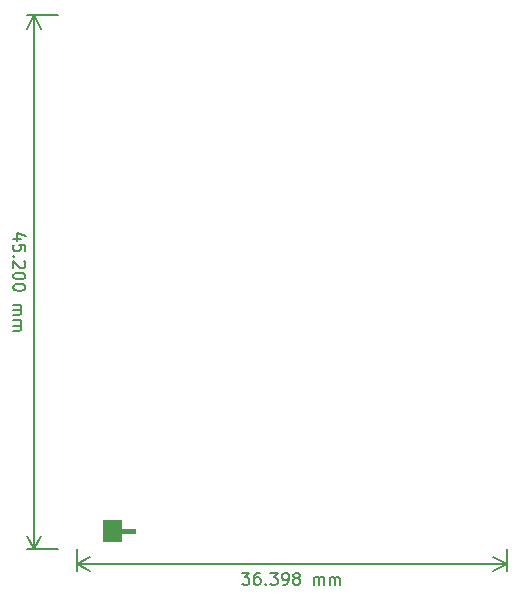
<source format=gbr>
G04 #@! TF.GenerationSoftware,KiCad,Pcbnew,5.1.7-a382d34a8~88~ubuntu18.04.1*
G04 #@! TF.CreationDate,2022-03-02T17:55:55+05:30*
G04 #@! TF.ProjectId,WaterTank_module_v1,57617465-7254-4616-9e6b-5f6d6f64756c,rev?*
G04 #@! TF.SameCoordinates,Original*
G04 #@! TF.FileFunction,OtherDrawing,Comment*
%FSLAX46Y46*%
G04 Gerber Fmt 4.6, Leading zero omitted, Abs format (unit mm)*
G04 Created by KiCad (PCBNEW 5.1.7-a382d34a8~88~ubuntu18.04.1) date 2022-03-02 17:55:55*
%MOMM*%
%LPD*%
G01*
G04 APERTURE LIST*
%ADD10C,0.150000*%
%ADD11C,0.010000*%
G04 APERTURE END LIST*
D10*
X18610325Y-63297573D02*
X17943659Y-63297573D01*
X18991278Y-63059478D02*
X18276992Y-62821382D01*
X18276992Y-63440430D01*
X18943659Y-64297573D02*
X18943659Y-63821382D01*
X18467468Y-63773763D01*
X18515087Y-63821382D01*
X18562706Y-63916620D01*
X18562706Y-64154716D01*
X18515087Y-64249954D01*
X18467468Y-64297573D01*
X18372230Y-64345192D01*
X18134135Y-64345192D01*
X18038897Y-64297573D01*
X17991278Y-64249954D01*
X17943659Y-64154716D01*
X17943659Y-63916620D01*
X17991278Y-63821382D01*
X18038897Y-63773763D01*
X18038897Y-64773763D02*
X17991278Y-64821382D01*
X17943659Y-64773763D01*
X17991278Y-64726144D01*
X18038897Y-64773763D01*
X17943659Y-64773763D01*
X18848420Y-65202335D02*
X18896040Y-65249954D01*
X18943659Y-65345192D01*
X18943659Y-65583287D01*
X18896040Y-65678525D01*
X18848420Y-65726144D01*
X18753182Y-65773763D01*
X18657944Y-65773763D01*
X18515087Y-65726144D01*
X17943659Y-65154716D01*
X17943659Y-65773763D01*
X18943659Y-66392811D02*
X18943659Y-66488049D01*
X18896040Y-66583287D01*
X18848420Y-66630906D01*
X18753182Y-66678525D01*
X18562706Y-66726144D01*
X18324611Y-66726144D01*
X18134135Y-66678525D01*
X18038897Y-66630906D01*
X17991278Y-66583287D01*
X17943659Y-66488049D01*
X17943659Y-66392811D01*
X17991278Y-66297573D01*
X18038897Y-66249954D01*
X18134135Y-66202335D01*
X18324611Y-66154716D01*
X18562706Y-66154716D01*
X18753182Y-66202335D01*
X18848420Y-66249954D01*
X18896040Y-66297573D01*
X18943659Y-66392811D01*
X18943659Y-67345192D02*
X18943659Y-67440430D01*
X18896040Y-67535668D01*
X18848420Y-67583287D01*
X18753182Y-67630906D01*
X18562706Y-67678525D01*
X18324611Y-67678525D01*
X18134135Y-67630906D01*
X18038897Y-67583287D01*
X17991278Y-67535668D01*
X17943659Y-67440430D01*
X17943659Y-67345192D01*
X17991278Y-67249954D01*
X18038897Y-67202335D01*
X18134135Y-67154716D01*
X18324611Y-67107097D01*
X18562706Y-67107097D01*
X18753182Y-67154716D01*
X18848420Y-67202335D01*
X18896040Y-67249954D01*
X18943659Y-67345192D01*
X17943659Y-68869001D02*
X18610325Y-68869001D01*
X18515087Y-68869001D02*
X18562706Y-68916620D01*
X18610325Y-69011859D01*
X18610325Y-69154716D01*
X18562706Y-69249954D01*
X18467468Y-69297573D01*
X17943659Y-69297573D01*
X18467468Y-69297573D02*
X18562706Y-69345192D01*
X18610325Y-69440430D01*
X18610325Y-69583287D01*
X18562706Y-69678525D01*
X18467468Y-69726144D01*
X17943659Y-69726144D01*
X17943659Y-70202335D02*
X18610325Y-70202335D01*
X18515087Y-70202335D02*
X18562706Y-70249954D01*
X18610325Y-70345192D01*
X18610325Y-70488049D01*
X18562706Y-70583287D01*
X18467468Y-70630906D01*
X17943659Y-70630906D01*
X18467468Y-70630906D02*
X18562706Y-70678525D01*
X18610325Y-70773763D01*
X18610325Y-70916620D01*
X18562706Y-71011859D01*
X18467468Y-71059478D01*
X17943659Y-71059478D01*
X19696040Y-44364240D02*
X19696040Y-89564240D01*
X21696040Y-44364240D02*
X19109619Y-44364240D01*
X21696040Y-89564240D02*
X19109619Y-89564240D01*
X19696040Y-89564240D02*
X19109619Y-88437736D01*
X19696040Y-89564240D02*
X20282461Y-88437736D01*
X19696040Y-44364240D02*
X19109619Y-45490744D01*
X19696040Y-44364240D02*
X20282461Y-45490744D01*
X37316207Y-91578684D02*
X37935255Y-91579289D01*
X37601549Y-91959915D01*
X37744406Y-91960055D01*
X37839598Y-92007767D01*
X37887170Y-92055432D01*
X37934696Y-92150717D01*
X37934464Y-92388812D01*
X37886752Y-92484003D01*
X37839086Y-92531576D01*
X37743802Y-92579102D01*
X37458087Y-92578823D01*
X37362896Y-92531111D01*
X37315323Y-92483445D01*
X38792397Y-91580126D02*
X38601921Y-91579940D01*
X38506636Y-91627466D01*
X38458971Y-91675038D01*
X38363593Y-91817802D01*
X38315788Y-92008232D01*
X38315416Y-92389184D01*
X38362942Y-92484469D01*
X38410514Y-92532134D01*
X38505706Y-92579846D01*
X38696182Y-92580032D01*
X38791467Y-92532506D01*
X38839132Y-92484934D01*
X38886844Y-92389742D01*
X38887077Y-92151647D01*
X38839551Y-92056363D01*
X38791978Y-92008697D01*
X38696787Y-91960985D01*
X38506311Y-91960799D01*
X38411026Y-92008325D01*
X38363361Y-92055897D01*
X38315649Y-92151089D01*
X39315322Y-92485399D02*
X39362895Y-92533065D01*
X39315229Y-92580637D01*
X39267657Y-92532972D01*
X39315322Y-92485399D01*
X39315229Y-92580637D01*
X39697159Y-91581010D02*
X40316206Y-91581615D01*
X39982501Y-91962241D01*
X40125358Y-91962381D01*
X40220549Y-92010093D01*
X40268122Y-92057758D01*
X40315648Y-92153043D01*
X40315415Y-92391138D01*
X40267703Y-92486330D01*
X40220037Y-92533902D01*
X40124753Y-92581428D01*
X39839039Y-92581149D01*
X39743847Y-92533437D01*
X39696275Y-92485771D01*
X40791419Y-92582079D02*
X40981895Y-92582265D01*
X41077180Y-92534740D01*
X41124845Y-92487167D01*
X41220223Y-92344403D01*
X41268028Y-92153973D01*
X41268400Y-91773021D01*
X41220874Y-91677737D01*
X41173302Y-91630071D01*
X41078110Y-91582359D01*
X40887634Y-91582173D01*
X40792350Y-91629699D01*
X40744684Y-91677271D01*
X40696972Y-91772463D01*
X40696739Y-92010558D01*
X40744265Y-92105843D01*
X40791838Y-92153508D01*
X40887029Y-92201220D01*
X41077505Y-92201406D01*
X41172790Y-92153880D01*
X41220456Y-92106308D01*
X41268168Y-92011116D01*
X41839596Y-92011675D02*
X41744404Y-91963963D01*
X41696832Y-91916297D01*
X41649306Y-91821012D01*
X41649352Y-91773393D01*
X41697065Y-91678202D01*
X41744730Y-91630629D01*
X41840015Y-91583103D01*
X42030491Y-91583289D01*
X42125682Y-91631002D01*
X42173255Y-91678667D01*
X42220781Y-91773952D01*
X42220734Y-91821571D01*
X42173022Y-91916762D01*
X42125357Y-91964335D01*
X42030072Y-92011861D01*
X41839596Y-92011675D01*
X41744311Y-92059201D01*
X41696646Y-92106773D01*
X41648934Y-92201965D01*
X41648748Y-92392441D01*
X41696274Y-92487725D01*
X41743846Y-92535391D01*
X41839038Y-92583103D01*
X42029514Y-92583289D01*
X42124798Y-92535763D01*
X42172464Y-92488191D01*
X42220176Y-92392999D01*
X42220362Y-92202523D01*
X42172836Y-92107238D01*
X42125264Y-92059573D01*
X42030072Y-92011861D01*
X43410466Y-92584638D02*
X43411117Y-91917972D01*
X43411024Y-92013210D02*
X43458689Y-91965637D01*
X43553974Y-91918111D01*
X43696831Y-91918251D01*
X43792023Y-91965963D01*
X43839549Y-92061248D01*
X43839037Y-92585057D01*
X43839549Y-92061248D02*
X43887261Y-91966056D01*
X43982545Y-91918530D01*
X44125402Y-91918670D01*
X44220594Y-91966382D01*
X44268120Y-92061666D01*
X44267608Y-92585476D01*
X44743798Y-92585941D02*
X44744450Y-91919274D01*
X44744356Y-92014512D02*
X44792022Y-91966940D01*
X44887307Y-91919414D01*
X45030164Y-91919554D01*
X45125355Y-91967266D01*
X45172881Y-92062550D01*
X45172369Y-92586359D01*
X45172881Y-92062550D02*
X45220593Y-91967359D01*
X45315878Y-91919833D01*
X45458735Y-91919972D01*
X45553926Y-91967684D01*
X45601452Y-92062969D01*
X45600941Y-92586778D01*
X23308317Y-90812618D02*
X59706517Y-90848178D01*
X23309580Y-89519760D02*
X23307744Y-91399039D01*
X59707780Y-89555320D02*
X59705944Y-91434599D01*
X59706517Y-90848178D02*
X58579441Y-91433498D01*
X59706517Y-90848178D02*
X58580587Y-90260657D01*
X23308317Y-90812618D02*
X24434247Y-91400139D01*
X23308317Y-90812618D02*
X24435393Y-90227298D01*
D11*
G36*
X25546500Y-87110900D02*
G01*
X27036500Y-87110900D01*
X27036500Y-87850900D01*
X28286500Y-87850900D01*
X28286500Y-88160900D01*
X27036500Y-88160900D01*
X27036500Y-88900900D01*
X25546500Y-88900900D01*
X25546500Y-87110900D01*
G37*
X25546500Y-87110900D02*
X27036500Y-87110900D01*
X27036500Y-87850900D01*
X28286500Y-87850900D01*
X28286500Y-88160900D01*
X27036500Y-88160900D01*
X27036500Y-88900900D01*
X25546500Y-88900900D01*
X25546500Y-87110900D01*
G36*
X25546500Y-87110900D02*
G01*
X27036500Y-87110900D01*
X27036500Y-87850900D01*
X28286500Y-87850900D01*
X28286500Y-88160900D01*
X27036500Y-88160900D01*
X27036500Y-88900900D01*
X25546500Y-88900900D01*
X25546500Y-87110900D01*
G37*
X25546500Y-87110900D02*
X27036500Y-87110900D01*
X27036500Y-87850900D01*
X28286500Y-87850900D01*
X28286500Y-88160900D01*
X27036500Y-88160900D01*
X27036500Y-88900900D01*
X25546500Y-88900900D01*
X25546500Y-87110900D01*
M02*

</source>
